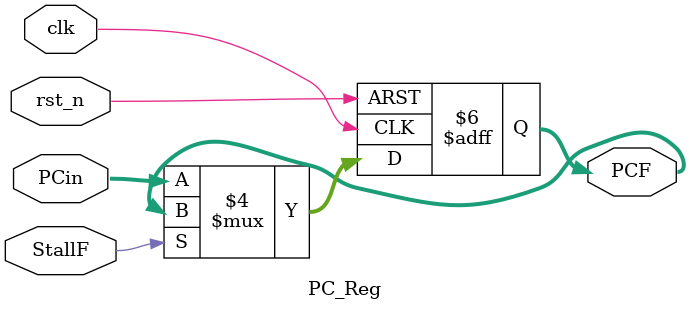
<source format=v>
`timescale 1ns / 1ps
module PC_Reg(
   input clk,
	input rst_n,
	input [6:0]PCin,
	input StallF,
	output reg [6:0]PCF
    );
	 
always@(posedge clk or negedge rst_n)
begin
  if(~rst_n)
    PCF <= 7'd0;
  else
  begin
    if(~StallF)  PCF <= PCin;
  end
end

endmodule

</source>
